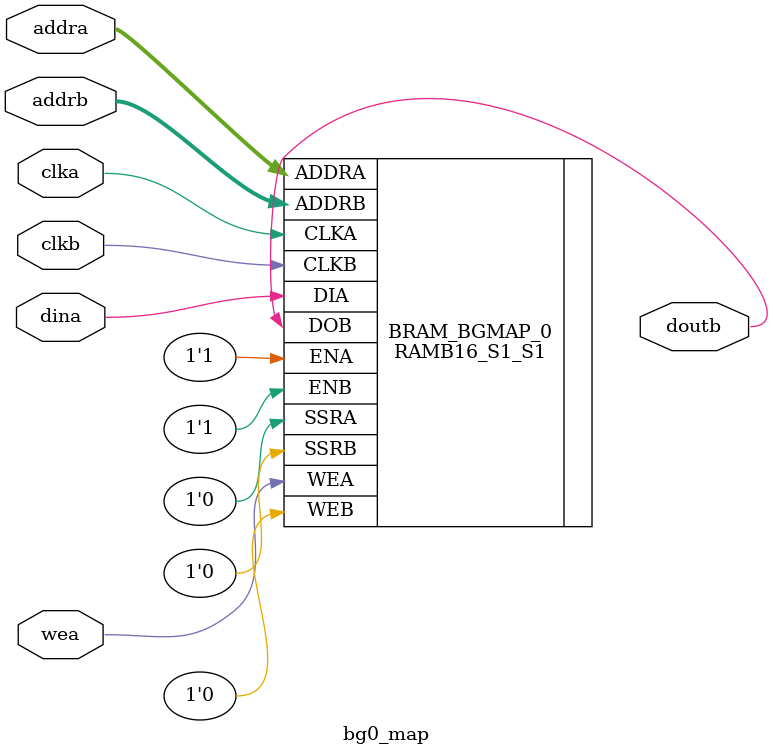
<source format=v>
`timescale 1ns / 1ps
`default_nettype none
module bg0_map (
    input wire clka,
    input wire wea,
    input wire [13:0] addra,
    input wire dina,
    input wire clkb,
    input wire [13:0] addrb,
    output wire doutb
);

RAMB16_S1_S1 BRAM_BGMAP_0  (
  .CLKA(clka),
  .ENA(1'b1),
  .WEA(wea),
  .ADDRA(addra),
  .SSRA(1'b0),
  .DIA(dina),

  .CLKB(clkb),
  .ENB(1'b1),
  .WEB(1'b0),
  .ADDRB(addrb),
  .SSRB(1'b0),
  .DOB(doutb)
  );

defparam BRAM_BGMAP_0.INIT_00 = 256'h0050502751530107005050275457010700505077545701070000000000000000;
defparam BRAM_BGMAP_0.INIT_01 = 256'h0070101315130503005050355557050700207057517301070020202721730107;
defparam BRAM_BGMAP_0.INIT_02 = 256'h0020202225750505001010371171010100202025257705050070407315730503;
defparam BRAM_BGMAP_0.INIT_03 = 256'h0070202724770107007050575477010700503077517101070010103111730107;
defparam BRAM_BGMAP_0.INIT_04 = 256'h0070406345750503007010734575050300702023352505030070101315150503;
defparam BRAM_BGMAP_0.INIT_05 = 256'h0030503751330107002020775457010700505035555505070040407355550503;
defparam BRAM_BGMAP_0.INIT_06 = 256'h0070101711730107001800180C66663C00505057715301070050505751710107;
defparam BRAM_BGMAP_0.INIT_07 = 256'h0070407715750505007040751377050700704077157501070070407111730107;
defparam BRAM_BGMAP_0.INIT_08 = 256'h0036367F367F3636000000000066666600180018181818180000000000000000;
defparam BRAM_BGMAP_0.INIT_09 = 256'h00000000000C1818006E333B6E1C361C0063660C1833630000183E603C067C18;
defparam BRAM_BGMAP_0.INIT_0A = 256'h000018187E1818000000663CFF3C6600000C18303030180C0030180C0C0C1830;
defparam BRAM_BGMAP_0.INIT_0B = 256'h0003060C183060C00018180000000000000000007E0000000C18180000000000;
defparam BRAM_BGMAP_0.INIT_0C = 256'h003C66603860663C007E060C1830663C007E181818181C18003C66666E76663C;
defparam BRAM_BGMAP_0.INIT_0D = 256'h001818183060607E003C66663E060C38003C6660603E067E0030307F33363C38;
defparam BRAM_BGMAP_0.INIT_0E = 256'h0C181800001818000018180000181800001C30607C66663C003C66663C66663C;
defparam BRAM_BGMAP_0.INIT_0F = 256'h001800183060663C00060C1830180C060000007E007E00000030180C060C1830;
defparam BRAM_BGMAP_0.INIT_10 = 256'h003C66060606663C003E66663E66663E0066667E66663C18003E037B7B7B633E;
defparam BRAM_BGMAP_0.INIT_11 = 256'h007C66667606663C000606063E06067E007E06063E06067E001E36666666361E;
defparam BRAM_BGMAP_0.INIT_12 = 256'h0063331B0F1B3363003C666060606060007E18181818187E006666667E666666;
defparam BRAM_BGMAP_0.INIT_13 = 256'h003C66666666663C006363737B6F6763006363636B7F7763007E060606060606;
defparam BRAM_BGMAP_0.INIT_14 = 256'h003C66603C06663C006666363E66663E006C36666666663C000606063E66663E;
defparam BRAM_BGMAP_0.INIT_15 = 256'h0063777F6B63636300183C6666666666003C666666666666001818181818187E;
defparam BRAM_BGMAP_0.INIT_16 = 256'h003C0C0C0C0C0C3C007E060C1830607E00181818183C66C300C3663C183C66C3;
defparam BRAM_BGMAP_0.INIT_17 = 256'hFF000000000000000000000063361C08003C30303030303C00C06030180C0603;
defparam BRAM_BGMAP_0.INIT_18 = 256'h003C0606063C0000003E6666663E0606007C667C603C00000000000000603018;
defparam BRAM_BGMAP_0.INIT_19 = 256'h3E607C66667C0000000C0C0C0C3E0C38003C067E663C0000007C6666667C6060;
defparam BRAM_BGMAP_0.INIT_1A = 256'h0066361E366606061E3030303030003000781818181C001800666666663E0606;
defparam BRAM_BGMAP_0.INIT_1B = 256'h003C6666663C000000666666663E000000636B6B7F330000007818181818181C;
defparam BRAM_BGMAP_0.INIT_1C = 256'h003E603C067C000000060606663E000060607C66667C000006063E66663E0000;
defparam BRAM_BGMAP_0.INIT_1D = 256'h00363E6B6363000000183C6666660000007C66666666000000780C0C0C7E0C0C;
defparam BRAM_BGMAP_0.INIT_1E = 256'h007018180E181870007E0C18307E00003C607C66666600000063361C36630000;
defparam BRAM_BGMAP_0.INIT_1F = 256'h00202023257505030000000000003B6E000E18187018180E0018181818181818;
defparam BRAM_BGMAP_0.INIT_20 = 256'h0070407745770507007010774577050700702027352705070070505755770507;
defparam BRAM_BGMAP_0.INIT_21 = 256'h0070407711730107007040771477010700701015151505070050505752720207;
defparam BRAM_BGMAP_0.INIT_22 = 256'h0030505151370507007040721575050500705045454705050070407515770505;
defparam BRAM_BGMAP_0.INIT_23 = 256'h0070406744770107007010774477010700702025257305030070505151570507;
defparam BRAM_BGMAP_0.INIT_24 = 256'h0070103714770107007010714177050700702021312705070070101315750503;
defparam BRAM_BGMAP_0.INIT_25 = 256'h0010107751730107001010775477010700507075555707050070101711710107;
defparam BRAM_BGMAP_0.INIT_26 = 256'h0070407711710107005050775477050700704077547705070070507754770507;
defparam BRAM_BGMAP_0.INIT_27 = 256'h0010107555770507005050717157050700704077157505070020202724770107;
defparam BRAM_BGMAP_0.INIT_28 = 256'h003F66060F06361C00187E1B1B7E180000181818181800180000000000000000;
defparam BRAM_BGMAP_0.INIT_29 = 256'h3C603C66663C063C00181818001818180018183C183C66C3000000663C663C66;
defparam BRAM_BGMAP_0.INIT_2A = 256'h0000CC663366CC0000007E007C36363C7E81B98D8DB9817E0000000000000066;
defparam BRAM_BGMAP_0.INIT_2B = 256'h000000000000007E7E81A59DA59D817E000000003C0000000000000060607E00;
defparam BRAM_BGMAP_0.INIT_2C = 256'h0000001E3018301E0000001E060C180E007E0018187E181800000000003C663C;
defparam BRAM_BGMAP_0.INIT_2D = 256'h0000000018000000005858585C5E5E7C03063E666666000000000000000C1830;
defparam BRAM_BGMAP_0.INIT_2E = 256'h00003366CC66330000003E001C36361C0000000C0C0C0E0C1810000000000000;
defparam BRAM_BGMAP_0.INIT_2F = 256'h003C66060C18001840F3566F5C366403F03366CC7A32630240F3566C5A326302;
defparam BRAM_BGMAP_0.INIT_30 = 256'h00667E663C003B6E00667E663C0066180066667E663C00700066667E663C000E;
defparam BRAM_BGMAP_0.INIT_31 = 256'h183C66060606663C00F333337F3336FC00667E663C0018180066667E663C0066;
defparam BRAM_BGMAP_0.INIT_32 = 256'h007F031F037F0066007F030F7F006618007F031F037F0070007F031F037F000E;
defparam BRAM_BGMAP_0.INIT_33 = 256'h007E1818187E0066007E18187E006618007E1818187E0070007E1818187E000E;
defparam BRAM_BGMAP_0.INIT_34 = 256'h003E6363633E0070003E6363633E000E00637B6F63003B6E001E36666F66361E;
defparam BRAM_BGMAP_0.INIT_35 = 256'h000063361C366300003E6363633E0066003E63633E003B6E003E63633E006618;
defparam BRAM_BGMAP_0.INIT_36 = 256'h003E636363006618003E636363630070003E63636363000E003E666E7E76667C;
defparam BRAM_BGMAP_0.INIT_37 = 256'h003666663666663C0003033F633F03030018183C66660070003E636363630066;
defparam BRAM_BGMAP_0.INIT_38 = 256'h007E63667C003B6E007E63667C006618007C667C603C0070007C667C603C000E;
defparam BRAM_BGMAP_0.INIT_39 = 256'h183C0606063C000000EE1BFED87E0000007E63667C001818007C667C603C0066;
defparam BRAM_BGMAP_0.INIT_3A = 256'h003C067E663C0066003C067E3C006618003C067E663C0070003C067E663C000E;
defparam BRAM_BGMAP_0.INIT_3B = 256'h003C1818181C0066003C18181C006618003C1818181C0070003C1818181C000E;
defparam BRAM_BGMAP_0.INIT_3C = 256'h003C6666663C0070003C6666663C000E006666663E003B6E001E33333E307C30;
defparam BRAM_BGMAP_0.INIT_3D = 256'h001818007E001818003C6666663C0066003C66663C003B6E003C66663C006618;
defparam BRAM_BGMAP_0.INIT_3E = 256'h007C666666006618007C666666660070007C66666666000E013E676B733E4000;
defparam BRAM_BGMAP_0.INIT_3F = 256'h3C607C666666006606063E66663E06063C607C6666660070007C666666660066;
endmodule

</source>
